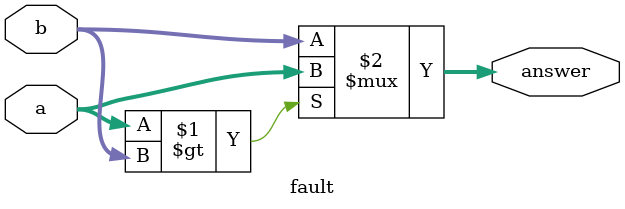
<source format=v>
/* ACM Class System (I) 2017 Fall Homework 1 
 *
 * PART II: Correct the following program
 * 
 * GUIDE:
 *   1. Create a RTL project in Vivado
 *   2. Put this file into `Simulation Sources'
 *   3. Run Behavioral Simulation
 *   4. You can see the results in `Tcl console'
 *
 */

module testfault;
	reg[15:0] a,b;
	wire[15:0] answer;
	fault f(a,b,answer);
	initial begin
		a = 10;
		b = 20;
		
		#1;
		if(answer != 20) begin
			$display("Expected 20, got %d", answer);
			// $fatal("Wrong Answer");
		end
		
		#1;
		
		a = 40;
		b = 30;
		
		#1;
		
		if(answer != 40) begin
			$display("Expected 40, got %d", answer);
			// $fatal("Wrong Answer");
		end
		
		$display("Congratulations! You have passed this test.");
		$finish;
	end
endmodule

module fault(a,b,answer);
   input wire[15:0] a,b;
   output wire [15:0] answer;
   assign answer = a>b?a:b;
endmodule

</source>
